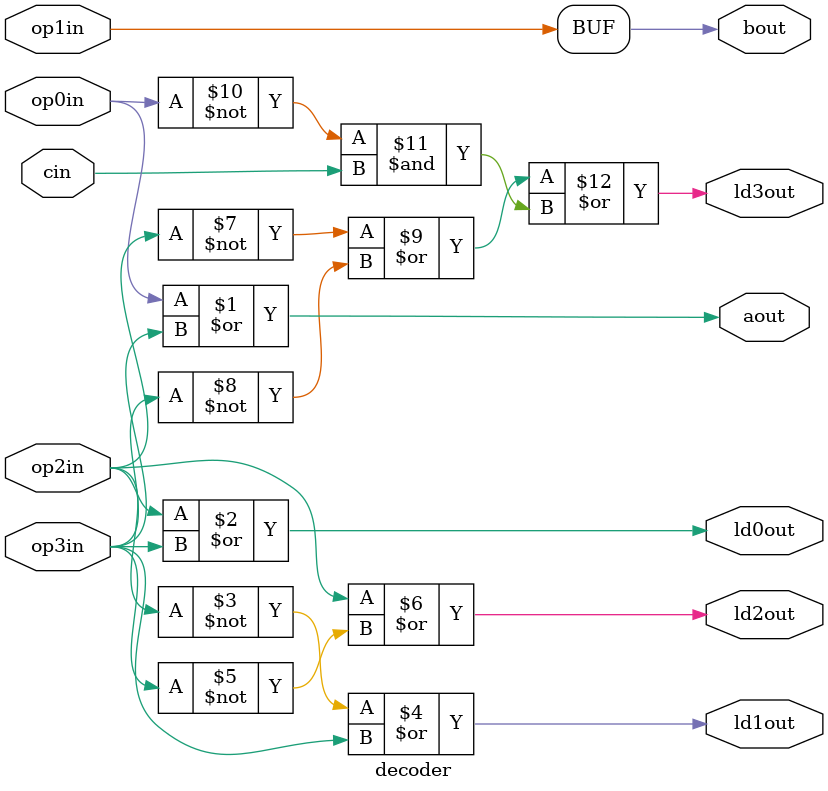
<source format=v>

module decoder(op0in, op1in, op2in, op3in, cin, 
                aout, bout, ld0out, ld1out, ld2out, ld3out);

input wire op0in;
input wire op1in;
input wire op2in;
input wire op3in;

input wire cin;


output wire aout;
output wire bout;

output wire ld0out;
output wire ld1out;
output wire ld2out;
output wire ld3out;


// decode circuit
assign bout = op1in;
assign aout = op0in | op3in;

assign ld0out = op2in | op3in;
assign ld1out = ~op2in | op3in;
assign ld2out = op2in | ~op3in;
assign ld3out = ~op2in | ~op3in | (~op0in & cin);

endmodule
</source>
